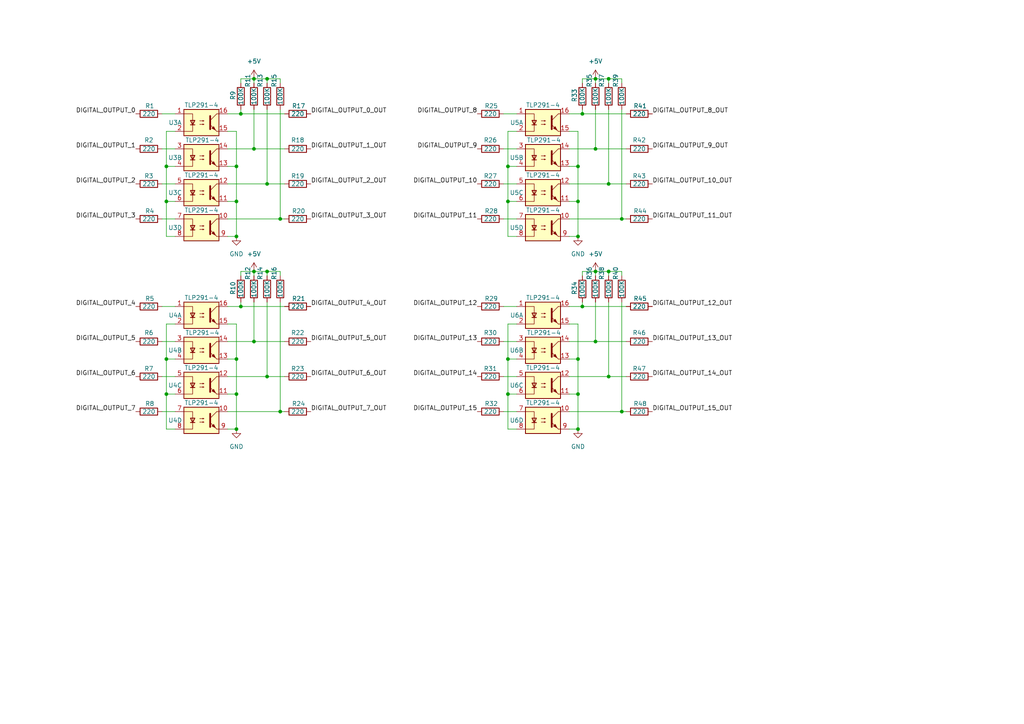
<source format=kicad_sch>
(kicad_sch (version 20231120) (generator "eeschema") (generator_version "8.0")
  (paper "A4")
  (lib_symbols
    (symbol "Device:R" (pin_numbers hide) (pin_names (offset 0))
      (property "Reference" "R" (at 2.032 0 90))
      (property "Value" "R" (at 0 0 90))
      (symbol "R_0_1"
        (rectangle (start -1.016 -2.54) (end 1.016 2.54) (stroke (width 0.254)))
      )
      (symbol "R_1_1"
        (pin passive line (at 0 3.81 270) (length 1.27) (name "~") (number "1"))
        (pin passive line (at 0 -3.81 90) (length 1.27) (name "~") (number "2"))
      )
    )
    (symbol "Isolator:TLP291-4"
      (property "Reference" "U" (at -5.08 5.08 0))
      (property "Value" "TLP291-4" (at 0 5.08 0))
      (symbol "TLP291-4_0_1"
        (rectangle (start -5.08 3.81) (end 5.08 -3.81) (stroke (width 0.254)) (fill (type background)))
        (polyline (pts (xy -3.175 -0.635) (xy -1.905 -0.635)) (stroke (width 0.254)))
        (polyline (pts (xy 2.54 0.635) (xy 4.445 2.54)))
        (polyline (pts (xy 4.445 -2.54) (xy 2.54 -0.635)) (fill (type outline)))
        (polyline (pts (xy 4.445 -2.54) (xy 5.08 -2.54)))
        (polyline (pts (xy 4.445 2.54) (xy 5.08 2.54)))
        (polyline (pts (xy -5.08 2.54) (xy -2.54 2.54) (xy -2.54 0.635)))
        (polyline (pts (xy -2.54 0.635) (xy -2.54 -2.54) (xy -5.08 -2.54)))
        (polyline (pts (xy 2.54 1.905) (xy 2.54 -1.905) (xy 2.54 -1.905)) (stroke (width 0.508)))
        (polyline (pts (xy -2.54 -0.635) (xy -3.175 0.635) (xy -1.905 0.635) (xy -2.54 -0.635)) (stroke (width 0.254)))
        (polyline (pts (xy -0.508 -0.508) (xy 0.762 -0.508) (xy 0.381 -0.635) (xy 0.381 -0.381) (xy 0.762 -0.508)))
        (polyline (pts (xy -0.508 0.508) (xy 0.762 0.508) (xy 0.381 0.381) (xy 0.381 0.635) (xy 0.762 0.508)))
        (polyline (pts (xy 3.048 -1.651) (xy 3.556 -1.143) (xy 4.064 -2.159) (xy 3.048 -1.651) (xy 3.048 -1.651)) (fill (type outline)))
      )
      (symbol "TLP291-4_1_1"
        (pin passive line (at -7.62 2.54 0) (length 2.54) (name "~") (number "1"))
        (pin passive line (at 7.62 -2.54 180) (length 2.54) (name "~") (number "15"))
        (pin passive line (at 7.62 2.54 180) (length 2.54) (name "~") (number "16"))
        (pin passive line (at -7.62 -2.54 0) (length 2.54) (name "~") (number "2"))
      )
      (symbol "TLP291-4_2_1"
        (pin passive line (at 7.62 -2.54 180) (length 2.54) (name "~") (number "13"))
        (pin passive line (at 7.62 2.54 180) (length 2.54) (name "~") (number "14"))
        (pin passive line (at -7.62 2.54 0) (length 2.54) (name "~") (number "3"))
        (pin passive line (at -7.62 -2.54 0) (length 2.54) (name "~") (number "4"))
      )
      (symbol "TLP291-4_3_1"
        (pin passive line (at 7.62 -2.54 180) (length 2.54) (name "~") (number "11"))
        (pin passive line (at 7.62 2.54 180) (length 2.54) (name "~") (number "12"))
        (pin passive line (at -7.62 2.54 0) (length 2.54) (name "~") (number "5"))
        (pin passive line (at -7.62 -2.54 0) (length 2.54) (name "~") (number "6"))
      )
      (symbol "TLP291-4_4_1"
        (pin passive line (at 7.62 2.54 180) (length 2.54) (name "~") (number "10"))
        (pin passive line (at -7.62 2.54 0) (length 2.54) (name "~") (number "7"))
        (pin passive line (at -7.62 -2.54 0) (length 2.54) (name "~") (number "8"))
        (pin passive line (at 7.62 -2.54 180) (length 2.54) (name "~") (number "9"))
      )
    )
    (symbol "power:+5V" (power) (pin_numbers hide) (pin_names (offset 0) hide)
      (property "Value" "+5V" (at 0 3.556 0))
      (symbol "+5V_0_1"
        (polyline (pts (xy -0.762 1.27) (xy 0 2.54)))
        (polyline (pts (xy 0 0) (xy 0 2.54)))
        (polyline (pts (xy 0 2.54) (xy 0.762 1.27)))
      )
      (symbol "+5V_1_1"
        (pin power_in line (at 0 0 90) (length 0) (name "~") (number "1"))
      )
    )
    (symbol "power:GND" (power) (pin_numbers hide) (pin_names (offset 0) hide)
      (property "Value" "GND" (at 0 -3.81 0))
      (symbol "GND_0_1"
        (polyline (pts (xy 0 0) (xy 0 -1.27) (xy 1.27 -1.27) (xy 0 -2.54) (xy -1.27 -1.27) (xy 0 -1.27)))
      )
      (symbol "GND_1_1"
        (pin power_in line (at 0 0 270) (length 0) (name "~") (number "1"))
      )
    )
  )
  (junction (at 73.66 99.06))
  (junction (at 69.85 33.02))
  (junction (at 147.32 114.3))
  (junction (at 167.64 124.46))
  (junction (at 73.66 78.74))
  (junction (at 68.58 48.26))
  (junction (at 68.58 104.14))
  (junction (at 172.72 22.86))
  (junction (at 167.64 114.3))
  (junction (at 167.64 68.58))
  (junction (at 176.53 78.74))
  (junction (at 77.47 78.74))
  (junction (at 168.91 88.9))
  (junction (at 147.32 104.14))
  (junction (at 73.66 22.86))
  (junction (at 180.34 63.5))
  (junction (at 81.28 119.38))
  (junction (at 147.32 48.26))
  (junction (at 48.26 48.26))
  (junction (at 68.58 114.3))
  (junction (at 167.64 58.42))
  (junction (at 167.64 104.14))
  (junction (at 48.26 104.14))
  (junction (at 68.58 68.58))
  (junction (at 172.72 43.18))
  (junction (at 168.91 33.02))
  (junction (at 81.28 63.5))
  (junction (at 176.53 109.22))
  (junction (at 172.72 99.06))
  (junction (at 167.64 48.26))
  (junction (at 77.47 22.86))
  (junction (at 48.26 58.42))
  (junction (at 180.34 119.38))
  (junction (at 68.58 58.42))
  (junction (at 77.47 53.34))
  (junction (at 69.85 88.9))
  (junction (at 77.47 109.22))
  (junction (at 176.53 53.34))
  (junction (at 147.32 58.42))
  (junction (at 48.26 114.3))
  (junction (at 172.72 78.74))
  (junction (at 73.66 43.18))
  (junction (at 176.53 22.86))
  (junction (at 68.58 124.46))
  (wire (pts (xy 167.64 114.3) (xy 167.64 124.46)))
  (wire (pts (xy 66.04 53.34) (xy 77.47 53.34)))
  (wire (pts (xy 66.04 119.38) (xy 81.28 119.38)))
  (wire (pts (xy 73.66 22.86) (xy 77.47 22.86)))
  (wire (pts (xy 149.86 93.98) (xy 147.32 93.98)))
  (wire (pts (xy 172.72 22.86) (xy 172.72 24.13)))
  (wire (pts (xy 73.66 31.75) (xy 73.66 43.18)))
  (wire (pts (xy 66.04 33.02) (xy 69.85 33.02)))
  (wire (pts (xy 69.85 22.86) (xy 73.66 22.86)))
  (wire (pts (xy 50.8 93.98) (xy 48.26 93.98)))
  (wire (pts (xy 165.1 58.42) (xy 167.64 58.42)))
  (wire (pts (xy 168.91 80.01) (xy 168.91 78.74)))
  (wire (pts (xy 165.1 38.1) (xy 167.64 38.1)))
  (wire (pts (xy 165.1 93.98) (xy 167.64 93.98)))
  (wire (pts (xy 172.72 22.86) (xy 176.53 22.86)))
  (wire (pts (xy 66.04 109.22) (xy 77.47 109.22)))
  (wire (pts (xy 165.1 88.9) (xy 168.91 88.9)))
  (wire (pts (xy 69.85 24.13) (xy 69.85 22.86)))
  (wire (pts (xy 48.26 48.26) (xy 50.8 48.26)))
  (wire (pts (xy 46.99 109.22) (xy 50.8 109.22)))
  (wire (pts (xy 68.58 104.14) (xy 68.58 114.3)))
  (wire (pts (xy 168.91 87.63) (xy 168.91 88.9)))
  (wire (pts (xy 176.53 22.86) (xy 176.53 24.13)))
  (wire (pts (xy 165.1 48.26) (xy 167.64 48.26)))
  (wire (pts (xy 165.1 109.22) (xy 176.53 109.22)))
  (wire (pts (xy 147.32 93.98) (xy 147.32 104.14)))
  (wire (pts (xy 146.05 33.02) (xy 149.86 33.02)))
  (wire (pts (xy 180.34 31.75) (xy 180.34 63.5)))
  (wire (pts (xy 66.04 114.3) (xy 68.58 114.3)))
  (wire (pts (xy 172.72 99.06) (xy 181.61 99.06)))
  (wire (pts (xy 48.26 104.14) (xy 50.8 104.14)))
  (wire (pts (xy 66.04 63.5) (xy 81.28 63.5)))
  (wire (pts (xy 147.32 48.26) (xy 149.86 48.26)))
  (wire (pts (xy 168.91 22.86) (xy 172.72 22.86)))
  (wire (pts (xy 172.72 43.18) (xy 181.61 43.18)))
  (wire (pts (xy 69.85 88.9) (xy 82.55 88.9)))
  (wire (pts (xy 167.64 48.26) (xy 167.64 58.42)))
  (wire (pts (xy 69.85 33.02) (xy 82.55 33.02)))
  (wire (pts (xy 66.04 93.98) (xy 68.58 93.98)))
  (wire (pts (xy 46.99 43.18) (xy 50.8 43.18)))
  (wire (pts (xy 146.05 99.06) (xy 149.86 99.06)))
  (wire (pts (xy 81.28 22.86) (xy 81.28 24.13)))
  (wire (pts (xy 68.58 68.58) (xy 66.04 68.58)))
  (wire (pts (xy 176.53 87.63) (xy 176.53 109.22)))
  (wire (pts (xy 69.85 80.01) (xy 69.85 78.74)))
  (wire (pts (xy 147.32 124.46) (xy 149.86 124.46)))
  (wire (pts (xy 165.1 43.18) (xy 172.72 43.18)))
  (wire (pts (xy 167.64 93.98) (xy 167.64 104.14)))
  (wire (pts (xy 46.99 119.38) (xy 50.8 119.38)))
  (wire (pts (xy 165.1 104.14) (xy 167.64 104.14)))
  (wire (pts (xy 46.99 88.9) (xy 50.8 88.9)))
  (wire (pts (xy 69.85 78.74) (xy 73.66 78.74)))
  (wire (pts (xy 69.85 31.75) (xy 69.85 33.02)))
  (wire (pts (xy 172.72 78.74) (xy 172.72 80.01)))
  (wire (pts (xy 147.32 104.14) (xy 149.86 104.14)))
  (wire (pts (xy 180.34 119.38) (xy 181.61 119.38)))
  (wire (pts (xy 165.1 119.38) (xy 180.34 119.38)))
  (wire (pts (xy 46.99 33.02) (xy 50.8 33.02)))
  (wire (pts (xy 167.64 124.46) (xy 165.1 124.46)))
  (wire (pts (xy 176.53 22.86) (xy 180.34 22.86)))
  (wire (pts (xy 146.05 53.34) (xy 149.86 53.34)))
  (wire (pts (xy 46.99 53.34) (xy 50.8 53.34)))
  (wire (pts (xy 172.72 87.63) (xy 172.72 99.06)))
  (wire (pts (xy 66.04 104.14) (xy 68.58 104.14)))
  (wire (pts (xy 73.66 43.18) (xy 82.55 43.18)))
  (wire (pts (xy 66.04 48.26) (xy 68.58 48.26)))
  (wire (pts (xy 73.66 87.63) (xy 73.66 99.06)))
  (wire (pts (xy 167.64 68.58) (xy 165.1 68.58)))
  (wire (pts (xy 146.05 88.9) (xy 149.86 88.9)))
  (wire (pts (xy 147.32 58.42) (xy 147.32 68.58)))
  (wire (pts (xy 48.26 124.46) (xy 50.8 124.46)))
  (wire (pts (xy 81.28 31.75) (xy 81.28 63.5)))
  (wire (pts (xy 50.8 38.1) (xy 48.26 38.1)))
  (wire (pts (xy 48.26 114.3) (xy 50.8 114.3)))
  (wire (pts (xy 81.28 78.74) (xy 81.28 80.01)))
  (wire (pts (xy 146.05 43.18) (xy 149.86 43.18)))
  (wire (pts (xy 147.32 38.1) (xy 147.32 48.26)))
  (wire (pts (xy 165.1 114.3) (xy 167.64 114.3)))
  (wire (pts (xy 147.32 48.26) (xy 147.32 58.42)))
  (wire (pts (xy 147.32 114.3) (xy 149.86 114.3)))
  (wire (pts (xy 165.1 99.06) (xy 172.72 99.06)))
  (wire (pts (xy 48.26 104.14) (xy 48.26 114.3)))
  (wire (pts (xy 66.04 99.06) (xy 73.66 99.06)))
  (wire (pts (xy 66.04 43.18) (xy 73.66 43.18)))
  (wire (pts (xy 165.1 33.02) (xy 168.91 33.02)))
  (wire (pts (xy 77.47 22.86) (xy 77.47 24.13)))
  (wire (pts (xy 48.26 68.58) (xy 50.8 68.58)))
  (wire (pts (xy 172.72 31.75) (xy 172.72 43.18)))
  (wire (pts (xy 48.26 114.3) (xy 48.26 124.46)))
  (wire (pts (xy 168.91 78.74) (xy 172.72 78.74)))
  (wire (pts (xy 68.58 48.26) (xy 68.58 58.42)))
  (wire (pts (xy 81.28 87.63) (xy 81.28 119.38)))
  (wire (pts (xy 46.99 99.06) (xy 50.8 99.06)))
  (wire (pts (xy 77.47 22.86) (xy 81.28 22.86)))
  (wire (pts (xy 176.53 53.34) (xy 181.61 53.34)))
  (wire (pts (xy 147.32 68.58) (xy 149.86 68.58)))
  (wire (pts (xy 147.32 104.14) (xy 147.32 114.3)))
  (wire (pts (xy 66.04 58.42) (xy 68.58 58.42)))
  (wire (pts (xy 167.64 58.42) (xy 167.64 68.58)))
  (wire (pts (xy 48.26 93.98) (xy 48.26 104.14)))
  (wire (pts (xy 77.47 109.22) (xy 82.55 109.22)))
  (wire (pts (xy 172.72 78.74) (xy 176.53 78.74)))
  (wire (pts (xy 68.58 114.3) (xy 68.58 124.46)))
  (wire (pts (xy 165.1 63.5) (xy 180.34 63.5)))
  (wire (pts (xy 176.53 31.75) (xy 176.53 53.34)))
  (wire (pts (xy 77.47 53.34) (xy 82.55 53.34)))
  (wire (pts (xy 68.58 38.1) (xy 68.58 48.26)))
  (wire (pts (xy 167.64 38.1) (xy 167.64 48.26)))
  (wire (pts (xy 147.32 114.3) (xy 147.32 124.46)))
  (wire (pts (xy 180.34 78.74) (xy 180.34 80.01)))
  (wire (pts (xy 73.66 78.74) (xy 77.47 78.74)))
  (wire (pts (xy 146.05 109.22) (xy 149.86 109.22)))
  (wire (pts (xy 180.34 63.5) (xy 181.61 63.5)))
  (wire (pts (xy 146.05 119.38) (xy 149.86 119.38)))
  (wire (pts (xy 149.86 38.1) (xy 147.32 38.1)))
  (wire (pts (xy 66.04 38.1) (xy 68.58 38.1)))
  (wire (pts (xy 66.04 88.9) (xy 69.85 88.9)))
  (wire (pts (xy 73.66 99.06) (xy 82.55 99.06)))
  (wire (pts (xy 46.99 63.5) (xy 50.8 63.5)))
  (wire (pts (xy 68.58 124.46) (xy 66.04 124.46)))
  (wire (pts (xy 68.58 93.98) (xy 68.58 104.14)))
  (wire (pts (xy 77.47 87.63) (xy 77.47 109.22)))
  (wire (pts (xy 77.47 78.74) (xy 81.28 78.74)))
  (wire (pts (xy 168.91 31.75) (xy 168.91 33.02)))
  (wire (pts (xy 48.26 38.1) (xy 48.26 48.26)))
  (wire (pts (xy 176.53 109.22) (xy 181.61 109.22)))
  (wire (pts (xy 168.91 33.02) (xy 181.61 33.02)))
  (wire (pts (xy 146.05 63.5) (xy 149.86 63.5)))
  (wire (pts (xy 69.85 87.63) (xy 69.85 88.9)))
  (wire (pts (xy 73.66 22.86) (xy 73.66 24.13)))
  (wire (pts (xy 48.26 58.42) (xy 48.26 68.58)))
  (wire (pts (xy 48.26 48.26) (xy 48.26 58.42)))
  (wire (pts (xy 147.32 58.42) (xy 149.86 58.42)))
  (wire (pts (xy 68.58 58.42) (xy 68.58 68.58)))
  (wire (pts (xy 167.64 104.14) (xy 167.64 114.3)))
  (wire (pts (xy 81.28 63.5) (xy 82.55 63.5)))
  (wire (pts (xy 180.34 87.63) (xy 180.34 119.38)))
  (wire (pts (xy 176.53 78.74) (xy 176.53 80.01)))
  (wire (pts (xy 165.1 53.34) (xy 176.53 53.34)))
  (wire (pts (xy 48.26 58.42) (xy 50.8 58.42)))
  (wire (pts (xy 180.34 22.86) (xy 180.34 24.13)))
  (wire (pts (xy 168.91 88.9) (xy 181.61 88.9)))
  (wire (pts (xy 77.47 31.75) (xy 77.47 53.34)))
  (wire (pts (xy 77.47 78.74) (xy 77.47 80.01)))
  (wire (pts (xy 176.53 78.74) (xy 180.34 78.74)))
  (wire (pts (xy 168.91 24.13) (xy 168.91 22.86)))
  (wire (pts (xy 73.66 78.74) (xy 73.66 80.01)))
  (wire (pts (xy 81.28 119.38) (xy 82.55 119.38)))
  (label "DIGITAL_OUTPUT_14" (at 138.43 109.22 180))
  (label "DIGITAL_OUTPUT_3" (at 39.37 63.5 180))
  (label "DIGITAL_OUTPUT_7_OUT" (at 90.17 119.38 0))
  (label "DIGITAL_OUTPUT_12_OUT" (at 189.23 88.9 0))
  (label "DIGITAL_OUTPUT_15_OUT" (at 189.23 119.38 0))
  (label "DIGITAL_OUTPUT_4" (at 39.37 88.9 180))
  (label "DIGITAL_OUTPUT_8" (at 138.43 33.02 180))
  (label "DIGITAL_OUTPUT_11" (at 138.43 63.5 180))
  (label "DIGITAL_OUTPUT_13_OUT" (at 189.23 99.06 0))
  (label "DIGITAL_OUTPUT_7" (at 39.37 119.38 180))
  (label "DIGITAL_OUTPUT_2" (at 39.37 53.34 180))
  (label "DIGITAL_OUTPUT_5" (at 39.37 99.06 180))
  (label "DIGITAL_OUTPUT_9" (at 138.43 43.18 180))
  (label "DIGITAL_OUTPUT_10" (at 138.43 53.34 180))
  (label "DIGITAL_OUTPUT_0_OUT" (at 90.17 33.02 0))
  (label "DIGITAL_OUTPUT_4_OUT" (at 90.17 88.9 0))
  (label "DIGITAL_OUTPUT_12" (at 138.43 88.9 180))
  (label "DIGITAL_OUTPUT_3_OUT" (at 90.17 63.5 0))
  (label "DIGITAL_OUTPUT_0" (at 39.37 33.02 180))
  (label "DIGITAL_OUTPUT_10_OUT" (at 189.23 53.34 0))
  (label "DIGITAL_OUTPUT_5_OUT" (at 90.17 99.06 0))
  (label "DIGITAL_OUTPUT_13" (at 138.43 99.06 180))
  (label "DIGITAL_OUTPUT_1_OUT" (at 90.17 43.18 0))
  (label "DIGITAL_OUTPUT_2_OUT" (at 90.17 53.34 0))
  (label "DIGITAL_OUTPUT_15" (at 138.43 119.38 180))
  (label "DIGITAL_OUTPUT_8_OUT" (at 189.23 33.02 0))
  (label "DIGITAL_OUTPUT_14_OUT" (at 189.23 109.22 0))
  (label "DIGITAL_OUTPUT_9_OUT" (at 189.23 43.18 0))
  (label "DIGITAL_OUTPUT_1" (at 39.37 43.18 180))
  (label "DIGITAL_OUTPUT_11_OUT" (at 189.23 63.5 0))
  (label "DIGITAL_OUTPUT_6_OUT" (at 90.17 109.22 0))
  (label "DIGITAL_OUTPUT_6" (at 39.37 109.22 180))
  (symbol (lib_id "Device:R") (at 180.34 27.94 0) (unit 1)
    (property "Reference" "R39" (at 178.562 23.368 90))
    (property "Value" "100K" (at 180.34 27.94 90))
    (property "Description" "Resistor" (effects (hide yes)))
  )
  (symbol (lib_id "Device:R") (at 86.36 99.06 270) (unit 1)
    (property "Reference" "R22" (at 86.36 96.52 90))
    (property "Value" "220" (at 86.36 99.06 90))
    (property "Description" "Resistor" (effects (hide yes)))
  )
  (symbol (lib_id "power:GND") (at 68.58 124.46 0) (unit 1)
    (property "Reference" "#PWR019" (effects (hide yes)))
    (property "Value" "GND" (at 68.58 129.54 0))
    (property "Description" "Power symbol creates a global label with name \"GND\" , ground" (effects (hide yes)))
  )
  (symbol (lib_id "Device:R") (at 185.42 88.9 270) (unit 1)
    (property "Reference" "R45" (at 185.674 86.614 90))
    (property "Value" "220" (at 185.42 88.9 90))
    (property "Description" "Resistor" (effects (hide yes)))
  )
  (symbol (lib_id "Device:R") (at 176.53 27.94 0) (unit 1)
    (property "Reference" "R37" (at 174.498 23.368 90))
    (property "Value" "100K" (at 176.53 27.94 90))
    (property "Description" "Resistor" (effects (hide yes)))
  )
  (symbol (lib_id "Device:R") (at 77.47 27.94 0) (unit 1)
    (property "Reference" "R13" (at 75.438 23.368 90))
    (property "Value" "100K" (at 77.47 27.94 90))
    (property "Description" "Resistor" (effects (hide yes)))
  )
  (symbol (lib_id "Device:R") (at 43.18 63.5 270) (unit 1)
    (property "Reference" "R4" (at 43.434 61.214 90))
    (property "Value" "220" (at 43.18 63.5 90))
    (property "Description" "Resistor" (effects (hide yes)))
  )
  (symbol (lib_id "Device:R") (at 185.42 63.5 270) (unit 1)
    (property "Reference" "R44" (at 185.674 61.214 90))
    (property "Value" "220" (at 185.42 63.5 90))
    (property "Description" "Resistor" (effects (hide yes)))
  )
  (symbol (lib_id "Isolator:TLP291-4") (at 58.42 55.88 0) (unit 3)
    (property "Reference" "U3" (at 50.8 55.88 0))
    (property "Value" "TLP291-4" (at 58.42 50.8 0))
    (property "Footprint" "Package_SO:SOIC-16_4.55x10.3mm_P1.27mm" (effects (hide yes)))
    (property "Datasheet" "https://toshiba.semicon-storage.com/info/docget.jsp?did=12858&prodName=TLP291-4" (effects (hide yes)))
    (property "Description" "Quad DC Optocoupler, Vce 80V, CTR 50-100%, SOP16" (effects (hide yes)))
  )
  (symbol (lib_id "Device:R") (at 86.36 53.34 270) (unit 1)
    (property "Reference" "R19" (at 86.36 51.054 90))
    (property "Value" "220" (at 86.36 53.34 90))
    (property "Description" "Resistor" (effects (hide yes)))
  )
  (symbol (lib_id "Device:R") (at 168.91 83.82 0) (unit 1)
    (property "Reference" "R34" (at 166.624 83.566 90))
    (property "Value" "100K" (at 168.91 83.82 90))
    (property "Description" "Resistor" (effects (hide yes)))
  )
  (symbol (lib_id "Device:R") (at 77.47 83.82 0) (unit 1)
    (property "Reference" "R14" (at 75.438 79.248 90))
    (property "Value" "100K" (at 77.47 83.82 90))
    (property "Description" "Resistor" (effects (hide yes)))
  )
  (symbol (lib_id "Device:R") (at 180.34 83.82 0) (unit 1)
    (property "Reference" "R40" (at 178.562 79.248 90))
    (property "Value" "100K" (at 180.34 83.82 90))
    (property "Description" "Resistor" (effects (hide yes)))
  )
  (symbol (lib_id "Device:R") (at 185.42 119.38 270) (unit 1)
    (property "Reference" "R48" (at 185.674 117.094 90))
    (property "Value" "220" (at 185.42 119.38 90))
    (property "Description" "Resistor" (effects (hide yes)))
  )
  (symbol (lib_id "Device:R") (at 142.24 109.22 270) (unit 1)
    (property "Reference" "R31" (at 142.24 106.934 90))
    (property "Value" "220" (at 142.24 109.22 90))
    (property "Description" "Resistor" (effects (hide yes)))
  )
  (symbol (lib_id "power:GND") (at 167.64 124.46 0) (unit 1)
    (property "Reference" "#PWR023" (effects (hide yes)))
    (property "Value" "GND" (at 167.64 129.54 0))
    (property "Description" "Power symbol creates a global label with name \"GND\" , ground" (effects (hide yes)))
  )
  (symbol (lib_id "Isolator:TLP291-4") (at 58.42 121.92 0) (unit 4)
    (property "Reference" "U4" (at 50.8 121.92 0))
    (property "Value" "TLP291-4" (at 58.42 116.84 0))
    (property "Footprint" "Package_SO:SOIC-16_4.55x10.3mm_P1.27mm" (effects (hide yes)))
    (property "Datasheet" "https://toshiba.semicon-storage.com/info/docget.jsp?did=12858&prodName=TLP291-4" (effects (hide yes)))
    (property "Description" "Quad DC Optocoupler, Vce 80V, CTR 50-100%, SOP16" (effects (hide yes)))
  )
  (symbol (lib_id "Device:R") (at 142.24 99.06 270) (unit 1)
    (property "Reference" "R30" (at 142.24 96.52 90))
    (property "Value" "220" (at 142.24 99.06 90))
    (property "Description" "Resistor" (effects (hide yes)))
  )
  (symbol (lib_id "Device:R") (at 69.85 27.94 0) (unit 1)
    (property "Reference" "R9" (at 67.564 27.686 90))
    (property "Value" "100K" (at 69.85 27.94 90))
    (property "Description" "Resistor" (effects (hide yes)))
  )
  (symbol (lib_id "Device:R") (at 168.91 27.94 0) (unit 1)
    (property "Reference" "R33" (at 166.624 27.686 90))
    (property "Value" "100K" (at 168.91 27.94 90))
    (property "Description" "Resistor" (effects (hide yes)))
  )
  (symbol (lib_id "Device:R") (at 86.36 33.02 270) (unit 1)
    (property "Reference" "R17" (at 86.614 30.734 90))
    (property "Value" "220" (at 86.36 33.02 90))
    (property "Description" "Resistor" (effects (hide yes)))
  )
  (symbol (lib_id "Device:R") (at 86.36 119.38 270) (unit 1)
    (property "Reference" "R24" (at 86.614 117.094 90))
    (property "Value" "220" (at 86.36 119.38 90))
    (property "Description" "Resistor" (effects (hide yes)))
  )
  (symbol (lib_id "Device:R") (at 43.18 88.9 270) (unit 1)
    (property "Reference" "R5" (at 43.434 86.614 90))
    (property "Value" "220" (at 43.18 88.9 90))
    (property "Description" "Resistor" (effects (hide yes)))
  )
  (symbol (lib_id "Device:R") (at 43.18 33.02 270) (unit 1)
    (property "Reference" "R1" (at 43.434 30.734 90))
    (property "Value" "220" (at 43.18 33.02 90))
    (property "Description" "Resistor" (effects (hide yes)))
  )
  (symbol (lib_id "Isolator:TLP291-4") (at 58.42 111.76 0) (unit 3)
    (property "Reference" "U4" (at 50.8 111.76 0))
    (property "Value" "TLP291-4" (at 58.42 106.68 0))
    (property "Footprint" "Package_SO:SOIC-16_4.55x10.3mm_P1.27mm" (effects (hide yes)))
    (property "Datasheet" "https://toshiba.semicon-storage.com/info/docget.jsp?did=12858&prodName=TLP291-4" (effects (hide yes)))
    (property "Description" "Quad DC Optocoupler, Vce 80V, CTR 50-100%, SOP16" (effects (hide yes)))
  )
  (symbol (lib_id "power:+5V") (at 172.72 78.74 0) (unit 1)
    (property "Reference" "#PWR025" (effects (hide yes)))
    (property "Value" "+5V" (at 172.72 73.66 0))
    (property "Description" "Power symbol creates a global label with name \"+5V\"" (effects (hide yes)))
  )
  (symbol (lib_id "Isolator:TLP291-4") (at 58.42 45.72 0) (unit 2)
    (property "Reference" "U3" (at 50.8 45.72 0))
    (property "Value" "TLP291-4" (at 58.674 40.64 0))
    (property "Footprint" "Package_SO:SOIC-16_4.55x10.3mm_P1.27mm" (effects (hide yes)))
    (property "Datasheet" "https://toshiba.semicon-storage.com/info/docget.jsp?did=12858&prodName=TLP291-4" (effects (hide yes)))
    (property "Description" "Quad DC Optocoupler, Vce 80V, CTR 50-100%, SOP16" (effects (hide yes)))
  )
  (symbol (lib_id "Device:R") (at 43.18 43.18 270) (unit 1)
    (property "Reference" "R2" (at 43.18 40.64 90))
    (property "Value" "220" (at 43.18 43.18 90))
    (property "Description" "Resistor" (effects (hide yes)))
  )
  (symbol (lib_id "power:GND") (at 167.64 68.58 0) (unit 1)
    (property "Reference" "#PWR022" (effects (hide yes)))
    (property "Value" "GND" (at 167.64 73.66 0))
    (property "Description" "Power symbol creates a global label with name \"GND\" , ground" (effects (hide yes)))
  )
  (symbol (lib_id "power:+5V") (at 73.66 78.74 0) (unit 1)
    (property "Reference" "#PWR021" (effects (hide yes)))
    (property "Value" "+5V" (at 73.66 73.66 0))
    (property "Description" "Power symbol creates a global label with name \"+5V\"" (effects (hide yes)))
  )
  (symbol (lib_id "Device:R") (at 172.72 83.82 0) (unit 1)
    (property "Reference" "R36" (at 170.942 79.248 90))
    (property "Value" "100K" (at 172.72 83.82 90))
    (property "Description" "Resistor" (effects (hide yes)))
  )
  (symbol (lib_id "Device:R") (at 172.72 27.94 0) (unit 1)
    (property "Reference" "R35" (at 170.942 23.368 90))
    (property "Value" "100K" (at 172.72 27.94 90))
    (property "Description" "Resistor" (effects (hide yes)))
  )
  (symbol (lib_id "Device:R") (at 185.42 99.06 270) (unit 1)
    (property "Reference" "R46" (at 185.42 96.52 90))
    (property "Value" "220" (at 185.42 99.06 90))
    (property "Description" "Resistor" (effects (hide yes)))
  )
  (symbol (lib_id "Device:R") (at 176.53 83.82 0) (unit 1)
    (property "Reference" "R38" (at 174.498 79.248 90))
    (property "Value" "100K" (at 176.53 83.82 90))
    (property "Description" "Resistor" (effects (hide yes)))
  )
  (symbol (lib_id "power:+5V") (at 172.72 22.86 0) (unit 1)
    (property "Reference" "#PWR024" (effects (hide yes)))
    (property "Value" "+5V" (at 172.72 17.78 0))
    (property "Description" "Power symbol creates a global label with name \"+5V\"" (effects (hide yes)))
  )
  (symbol (lib_id "Isolator:TLP291-4") (at 58.42 66.04 0) (unit 4)
    (property "Reference" "U3" (at 50.8 66.04 0))
    (property "Value" "TLP291-4" (at 58.42 60.96 0))
    (property "Footprint" "Package_SO:SOIC-16_4.55x10.3mm_P1.27mm" (effects (hide yes)))
    (property "Datasheet" "https://toshiba.semicon-storage.com/info/docget.jsp?did=12858&prodName=TLP291-4" (effects (hide yes)))
    (property "Description" "Quad DC Optocoupler, Vce 80V, CTR 50-100%, SOP16" (effects (hide yes)))
  )
  (symbol (lib_id "Device:R") (at 43.18 99.06 270) (unit 1)
    (property "Reference" "R6" (at 43.18 96.52 90))
    (property "Value" "220" (at 43.18 99.06 90))
    (property "Description" "Resistor" (effects (hide yes)))
  )
  (symbol (lib_id "Device:R") (at 81.28 83.82 0) (unit 1)
    (property "Reference" "R16" (at 79.502 79.248 90))
    (property "Value" "100K" (at 81.28 83.82 90))
    (property "Description" "Resistor" (effects (hide yes)))
  )
  (symbol (lib_id "Device:R") (at 86.36 109.22 270) (unit 1)
    (property "Reference" "R23" (at 86.36 106.934 90))
    (property "Value" "220" (at 86.36 109.22 90))
    (property "Description" "Resistor" (effects (hide yes)))
  )
  (symbol (lib_id "Device:R") (at 185.42 109.22 270) (unit 1)
    (property "Reference" "R47" (at 185.42 106.934 90))
    (property "Value" "220" (at 185.42 109.22 90))
    (property "Description" "Resistor" (effects (hide yes)))
  )
  (symbol (lib_id "Isolator:TLP291-4") (at 58.42 35.56 0) (unit 1)
    (property "Reference" "U3" (at 50.8 35.56 0))
    (property "Value" "TLP291-4" (at 58.42 30.48 0))
    (property "Footprint" "Package_SO:SOIC-16_4.55x10.3mm_P1.27mm" (effects (hide yes)))
    (property "Datasheet" "https://toshiba.semicon-storage.com/info/docget.jsp?did=12858&prodName=TLP291-4" (effects (hide yes)))
    (property "Description" "Quad DC Optocoupler, Vce 80V, CTR 50-100%, SOP16" (effects (hide yes)))
  )
  (symbol (lib_id "power:+5V") (at 73.66 22.86 0) (unit 1)
    (property "Reference" "#PWR020" (effects (hide yes)))
    (property "Value" "+5V" (at 73.66 17.78 0))
    (property "Description" "Power symbol creates a global label with name \"+5V\"" (effects (hide yes)))
  )
  (symbol (lib_id "Isolator:TLP291-4") (at 58.42 91.44 0) (unit 1)
    (property "Reference" "U4" (at 50.8 91.44 0))
    (property "Value" "TLP291-4" (at 58.42 86.36 0))
    (property "Footprint" "Package_SO:SOIC-16_4.55x10.3mm_P1.27mm" (effects (hide yes)))
    (property "Datasheet" "https://toshiba.semicon-storage.com/info/docget.jsp?did=12858&prodName=TLP291-4" (effects (hide yes)))
    (property "Description" "Quad DC Optocoupler, Vce 80V, CTR 50-100%, SOP16" (effects (hide yes)))
  )
  (symbol (lib_id "Device:R") (at 81.28 27.94 0) (unit 1)
    (property "Reference" "R15" (at 79.502 23.368 90))
    (property "Value" "100K" (at 81.28 27.94 90))
    (property "Description" "Resistor" (effects (hide yes)))
  )
  (symbol (lib_id "Device:R") (at 69.85 83.82 0) (unit 1)
    (property "Reference" "R10" (at 67.564 83.566 90))
    (property "Value" "100K" (at 69.85 83.82 90))
    (property "Description" "Resistor" (effects (hide yes)))
  )
  (symbol (lib_id "Device:R") (at 43.18 109.22 270) (unit 1)
    (property "Reference" "R7" (at 43.18 106.934 90))
    (property "Value" "220" (at 43.18 109.22 90))
    (property "Description" "Resistor" (effects (hide yes)))
  )
  (symbol (lib_id "Device:R") (at 142.24 119.38 270) (unit 1)
    (property "Reference" "R32" (at 142.494 117.094 90))
    (property "Value" "220" (at 142.24 119.38 90))
    (property "Description" "Resistor" (effects (hide yes)))
  )
  (symbol (lib_id "Device:R") (at 185.42 43.18 270) (unit 1)
    (property "Reference" "R42" (at 185.42 40.64 90))
    (property "Value" "220" (at 185.42 43.18 90))
    (property "Description" "Resistor" (effects (hide yes)))
  )
  (symbol (lib_id "Isolator:TLP291-4") (at 157.48 45.72 0) (unit 2)
    (property "Reference" "U5" (at 149.86 45.72 0))
    (property "Value" "TLP291-4" (at 157.734 40.64 0))
    (property "Footprint" "Package_SO:SOIC-16_4.55x10.3mm_P1.27mm" (effects (hide yes)))
    (property "Datasheet" "https://toshiba.semicon-storage.com/info/docget.jsp?did=12858&prodName=TLP291-4" (effects (hide yes)))
    (property "Description" "Quad DC Optocoupler, Vce 80V, CTR 50-100%, SOP16" (effects (hide yes)))
  )
  (symbol (lib_id "Isolator:TLP291-4") (at 157.48 91.44 0) (unit 1)
    (property "Reference" "U6" (at 149.86 91.44 0))
    (property "Value" "TLP291-4" (at 157.48 86.36 0))
    (property "Footprint" "Package_SO:SOIC-16_4.55x10.3mm_P1.27mm" (effects (hide yes)))
    (property "Datasheet" "https://toshiba.semicon-storage.com/info/docget.jsp?did=12858&prodName=TLP291-4" (effects (hide yes)))
    (property "Description" "Quad DC Optocoupler, Vce 80V, CTR 50-100%, SOP16" (effects (hide yes)))
  )
  (symbol (lib_id "Isolator:TLP291-4") (at 157.48 101.6 0) (unit 2)
    (property "Reference" "U6" (at 149.86 101.6 0))
    (property "Value" "TLP291-4" (at 157.734 96.52 0))
    (property "Footprint" "Package_SO:SOIC-16_4.55x10.3mm_P1.27mm" (effects (hide yes)))
    (property "Datasheet" "https://toshiba.semicon-storage.com/info/docget.jsp?did=12858&prodName=TLP291-4" (effects (hide yes)))
    (property "Description" "Quad DC Optocoupler, Vce 80V, CTR 50-100%, SOP16" (effects (hide yes)))
  )
  (symbol (lib_id "Device:R") (at 43.18 119.38 270) (unit 1)
    (property "Reference" "R8" (at 43.434 117.094 90))
    (property "Value" "220" (at 43.18 119.38 90))
    (property "Description" "Resistor" (effects (hide yes)))
  )
  (symbol (lib_id "Device:R") (at 43.18 53.34 270) (unit 1)
    (property "Reference" "R3" (at 43.18 51.054 90))
    (property "Value" "220" (at 43.18 53.34 90))
    (property "Description" "Resistor" (effects (hide yes)))
  )
  (symbol (lib_id "power:GND") (at 68.58 68.58 0) (unit 1)
    (property "Reference" "#PWR018" (effects (hide yes)))
    (property "Value" "GND" (at 68.58 73.66 0))
    (property "Description" "Power symbol creates a global label with name \"GND\" , ground" (effects (hide yes)))
  )
  (symbol (lib_id "Isolator:TLP291-4") (at 157.48 35.56 0) (unit 1)
    (property "Reference" "U5" (at 149.86 35.56 0))
    (property "Value" "TLP291-4" (at 157.48 30.48 0))
    (property "Footprint" "Package_SO:SOIC-16_4.55x10.3mm_P1.27mm" (effects (hide yes)))
    (property "Datasheet" "https://toshiba.semicon-storage.com/info/docget.jsp?did=12858&prodName=TLP291-4" (effects (hide yes)))
    (property "Description" "Quad DC Optocoupler, Vce 80V, CTR 50-100%, SOP16" (effects (hide yes)))
  )
  (symbol (lib_id "Isolator:TLP291-4") (at 58.42 101.6 0) (unit 2)
    (property "Reference" "U4" (at 50.8 101.6 0))
    (property "Value" "TLP291-4" (at 58.674 96.52 0))
    (property "Footprint" "Package_SO:SOIC-16_4.55x10.3mm_P1.27mm" (effects (hide yes)))
    (property "Datasheet" "https://toshiba.semicon-storage.com/info/docget.jsp?did=12858&prodName=TLP291-4" (effects (hide yes)))
    (property "Description" "Quad DC Optocoupler, Vce 80V, CTR 50-100%, SOP16" (effects (hide yes)))
  )
  (symbol (lib_id "Device:R") (at 142.24 53.34 270) (unit 1)
    (property "Reference" "R27" (at 142.24 51.054 90))
    (property "Value" "220" (at 142.24 53.34 90))
    (property "Description" "Resistor" (effects (hide yes)))
  )
  (symbol (lib_id "Device:R") (at 185.42 53.34 270) (unit 1)
    (property "Reference" "R43" (at 185.42 51.054 90))
    (property "Value" "220" (at 185.42 53.34 90))
    (property "Description" "Resistor" (effects (hide yes)))
  )
  (symbol (lib_id "Device:R") (at 73.66 27.94 0) (unit 1)
    (property "Reference" "R11" (at 71.882 23.368 90))
    (property "Value" "100K" (at 73.66 27.94 90))
    (property "Description" "Resistor" (effects (hide yes)))
  )
  (symbol (lib_id "Isolator:TLP291-4") (at 157.48 66.04 0) (unit 4)
    (property "Reference" "U5" (at 149.86 66.04 0))
    (property "Value" "TLP291-4" (at 157.48 60.96 0))
    (property "Footprint" "Package_SO:SOIC-16_4.55x10.3mm_P1.27mm" (effects (hide yes)))
    (property "Datasheet" "https://toshiba.semicon-storage.com/info/docget.jsp?did=12858&prodName=TLP291-4" (effects (hide yes)))
    (property "Description" "Quad DC Optocoupler, Vce 80V, CTR 50-100%, SOP16" (effects (hide yes)))
  )
  (symbol (lib_id "Device:R") (at 142.24 43.18 270) (unit 1)
    (property "Reference" "R26" (at 142.24 40.64 90))
    (property "Value" "220" (at 142.24 43.18 90))
    (property "Description" "Resistor" (effects (hide yes)))
  )
  (symbol (lib_id "Device:R") (at 73.66 83.82 0) (unit 1)
    (property "Reference" "R12" (at 71.882 79.248 90))
    (property "Value" "100K" (at 73.66 83.82 90))
    (property "Description" "Resistor" (effects (hide yes)))
  )
  (symbol (lib_id "Isolator:TLP291-4") (at 157.48 111.76 0) (unit 3)
    (property "Reference" "U6" (at 149.86 111.76 0))
    (property "Value" "TLP291-4" (at 157.48 106.68 0))
    (property "Footprint" "Package_SO:SOIC-16_4.55x10.3mm_P1.27mm" (effects (hide yes)))
    (property "Datasheet" "https://toshiba.semicon-storage.com/info/docget.jsp?did=12858&prodName=TLP291-4" (effects (hide yes)))
    (property "Description" "Quad DC Optocoupler, Vce 80V, CTR 50-100%, SOP16" (effects (hide yes)))
  )
  (symbol (lib_id "Device:R") (at 142.24 88.9 270) (unit 1)
    (property "Reference" "R29" (at 142.494 86.614 90))
    (property "Value" "220" (at 142.24 88.9 90))
    (property "Description" "Resistor" (effects (hide yes)))
  )
  (symbol (lib_id "Isolator:TLP291-4") (at 157.48 55.88 0) (unit 3)
    (property "Reference" "U5" (at 149.86 55.88 0))
    (property "Value" "TLP291-4" (at 157.48 50.8 0))
    (property "Footprint" "Package_SO:SOIC-16_4.55x10.3mm_P1.27mm" (effects (hide yes)))
    (property "Datasheet" "https://toshiba.semicon-storage.com/info/docget.jsp?did=12858&prodName=TLP291-4" (effects (hide yes)))
    (property "Description" "Quad DC Optocoupler, Vce 80V, CTR 50-100%, SOP16" (effects (hide yes)))
  )
  (symbol (lib_id "Device:R") (at 86.36 63.5 270) (unit 1)
    (property "Reference" "R20" (at 86.614 61.214 90))
    (property "Value" "220" (at 86.36 63.5 90))
    (property "Description" "Resistor" (effects (hide yes)))
  )
  (symbol (lib_id "Device:R") (at 185.42 33.02 270) (unit 1)
    (property "Reference" "R41" (at 185.674 30.734 90))
    (property "Value" "220" (at 185.42 33.02 90))
    (property "Description" "Resistor" (effects (hide yes)))
  )
  (symbol (lib_id "Device:R") (at 142.24 33.02 270) (unit 1)
    (property "Reference" "R25" (at 142.494 30.734 90))
    (property "Value" "220" (at 142.24 33.02 90))
    (property "Description" "Resistor" (effects (hide yes)))
  )
  (symbol (lib_id "Device:R") (at 86.36 88.9 270) (unit 1)
    (property "Reference" "R21" (at 86.614 86.614 90))
    (property "Value" "220" (at 86.36 88.9 90))
    (property "Description" "Resistor" (effects (hide yes)))
  )
  (symbol (lib_id "Device:R") (at 86.36 43.18 270) (unit 1)
    (property "Reference" "R18" (at 86.36 40.64 90))
    (property "Value" "220" (at 86.36 43.18 90))
    (property "Description" "Resistor" (effects (hide yes)))
  )
  (symbol (lib_id "Device:R") (at 142.24 63.5 270) (unit 1)
    (property "Reference" "R28" (at 142.494 61.214 90))
    (property "Value" "220" (at 142.24 63.5 90))
    (property "Description" "Resistor" (effects (hide yes)))
  )
  (symbol (lib_id "Isolator:TLP291-4") (at 157.48 121.92 0) (unit 4)
    (property "Reference" "U6" (at 149.86 121.92 0))
    (property "Value" "TLP291-4" (at 157.48 116.84 0))
    (property "Footprint" "Package_SO:SOIC-16_4.55x10.3mm_P1.27mm" (effects (hide yes)))
    (property "Datasheet" "https://toshiba.semicon-storage.com/info/docget.jsp?did=12858&prodName=TLP291-4" (effects (hide yes)))
    (property "Description" "Quad DC Optocoupler, Vce 80V, CTR 50-100%, SOP16" (effects (hide yes)))
  )
)
</source>
